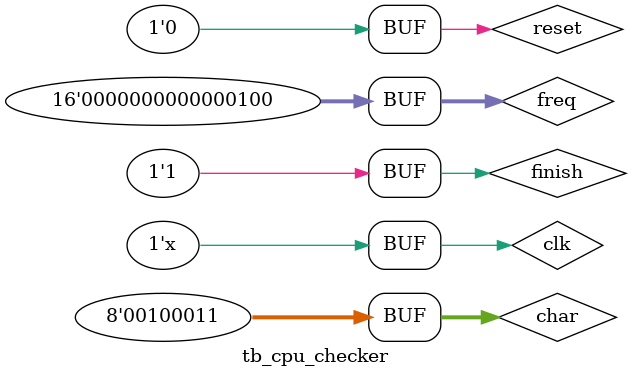
<source format=v>
`timescale 1ns / 1ps


module tb_cpu_checker;

	// Inputs
	reg clk;
	reg reset;
	reg [7:0] char;
	reg [15:0] freq;
	reg finish;

	// Outputs
	wire [1:0] format_type;
	wire [3:0] error_code;

	// debug
	// wire [3:0] status_output;
	// wire [3:0] error_output;
	// wire [31:0] pc_store_output;
	// wire [31:0] addr_store_output;

	// Instantiate the Unit Under Test (UUT)
	cpu_checker uut (
		.clk(clk), 
		.reset(reset), 
		.char(char), 
		.freq(freq), 
		.format_type(format_type), 
		.error_code(error_code)
		// debug
		// .status_output(status_output),
		// .error_output(error_output),
		// .pc_store_output(pc_store_output),
		// .addr_store_output(addr_store_output)
	);

	always @(posedge clk) begin
		if (!reset && !finish) begin
			$display("%d %d", format_type, error_code);
		end
	end

	initial begin
		// Initialize Inputs
		clk = 0;
		reset = 1;
		char = 0;
		freq = 4;
		finish = 0;

		#10 reset = 0;
		#2 char = "^";
		#2 char = "2";
		#2 char = "4";
		#2 char = "2";
		#2 char = "@";
		#2 char = "0";
		#2 char = "0";
		#2 char = "0";
		#2 char = "0";
		#2 char = "3";
		#2 char = "0";
		#2 char = "f";
		#2 char = "4";
		#2 char = ":";
		#2 char = " ";
		#2 char = "$";
		#2 char = "3";
		#2 char = "1";
		#2 char = " ";
		#2 char = "<";
		#2 char = "=";
		#2 char = "1";
		#2 char = "2";
		#2 char = "3";
		#2 char = "4";
		#2 char = "5";
		#2 char = "6";
		#2 char = "7";
		#2 char = "8";
		#2 char = "#";
		#2 char = "^";
		#2 char = "2";
		#2 char = "4";
		#2 char = "2";
		#2 char = "@";
		#2 char = "0";
		#2 char = "0";
		#2 char = "0";
		#2 char = "0";
		#2 char = "3";
		#2 char = "0";
		#2 char = "f";
		#2 char = "4";
		#2 char = ":";
		#2 char = " ";
		#2 char = "$";
		#2 char = "3";
		#2 char = "1";
		#2 char = " ";
		#2 char = "<";
		#2 char = "=";
		#2 char = "1";
		#2 char = "2";
		#2 char = "3";
		#2 char = "2";
		#2 char = "1";
		#2 char = "5";
		#2 char = "#";
		#2 char = "^";
		#2 char = "2";
		#2 char = "4";
		#2 char = "2";
		#2 char = "@";
		#2 char = "0";
		#2 char = "0";
		#2 char = "0";
		#2 char = "0";
		#2 char = "3";
		#2 char = "0";
		#2 char = "f";
		#2 char = "4";
		#2 char = ":";
		#2 char = " ";
		#2 char = "$";
		#2 char = "3";
		#2 char = "1";
		#2 char = " ";
		#2 char = "<";
		#2 char = "=";
		#2 char = "1";
		#2 char = "2";
		#2 char = "3";
		#2 char = "2";
		#2 char = "1";
		#2 char = "5";
		#2 char = "8";
		#2 char = "9";
		#2 char = "9";
		#2 char = "8";
		#2 char = "#";
		#2 char = "^";
		#2 char = "2";
		#2 char = "4";
		#2 char = "2";
		#2 char = "@";
		#2 char = "0";
		#2 char = "0";
		#2 char = "0";
		#2 char = "0";
		#2 char = "3";
		#2 char = "0";
		#2 char = "f";
		#2 char = "4";
		#2 char = ":";
		#2 char = " ";
		#2 char = "$";
		#2 char = "3";
		#2 char = "1";
		#2 char = " ";
		#2 char = "<";
		#2 char = "=";
		#2 char = "#";
		#2 char = "^";
		#2 char = "2";
		#2 char = "4";
		#2 char = "2";
		#2 char = "@";
		#2 char = "0";
		#2 char = "0";
		#2 char = "0";
		#2 char = "0";
		#2 char = "3";
		#2 char = "0";
		#2 char = "f";
		#2 char = "4";
		#2 char = ":";
		#2 char = " ";
		#2 char = "$";
		#2 char = "3";
		#2 char = "1";
		#2 char = " ";
		#2 char = "<";
		#2 char = "=";
		#2 char = " ";
		#2 char = " ";
		#2 char = " ";
		#2 char = "1";
		#2 char = "2";
		#2 char = "3";
		#2 char = "2";
		#2 char = "1";
		#2 char = "5";
		#2 char = " ";
		#2 char = "#";
		#2 char = "^";
		#2 char = "2";
		#2 char = "4";
		#2 char = "2";
		#2 char = "@";
		#2 char = "0";
		#2 char = "0";
		#2 char = "0";
		#2 char = "0";
		#2 char = "3";
		#2 char = "0";
		#2 char = "f";
		#2 char = "4";
		#2 char = ":";
		#2 char = " ";
		#2 char = "$";
		#2 char = "3";
		#2 char = "1";
		#2 char = " ";
		#2 char = "<";
		#2 char = "=";
		#2 char = " ";
		#2 char = " ";
		#2 char = " ";
		#2 char = "a";
		#2 char = "b";
		#2 char = "1";
		#2 char = "2";
		#2 char = "3";
		#2 char = "2";
		#2 char = "1";
		#2 char = "5";
		#2 char = " ";
		#2 char = "#";
		#2 char = "^";
		#2 char = "2";
		#2 char = "4";
		#2 char = "2";
		#2 char = "@";
		#2 char = "0";
		#2 char = "0";
		#2 char = "0";
		#2 char = "0";
		#2 char = "3";
		#2 char = "0";
		#2 char = "f";
		#2 char = "4";
		#2 char = ":";
		#2 char = " ";
		#2 char = "$";
		#2 char = "3";
		#2 char = "1";
		#2 char = " ";
		#2 char = "<";
		#2 char = "=";
		#2 char = " ";
		#2 char = " ";
		#2 char = " ";
		#2 char = "A";
		#2 char = "b";
		#2 char = "1";
		#2 char = "2";
		#2 char = "3";
		#2 char = "2";
		#2 char = "1";
		#2 char = "5";
		#2 char = " ";
		#2 char = "#";
		#2 char = "^";
		#2 char = "3";
		#2 char = "3";
		#2 char = "8";
		#2 char = "@";
		#2 char = "0";
		#2 char = "0";
		#2 char = "0";
		#2 char = "0";
		#2 char = "3";
		#2 char = "1";
		#2 char = "3";
		#2 char = "0";
		#2 char = ":";
		#2 char = " ";
		#2 char = "*";
		#2 char = "0";
		#2 char = "0";
		#2 char = "0";
		#2 char = "0";
		#2 char = "0";
		#2 char = "0";
		#2 char = "8";
		#2 char = "8";
		#2 char = " ";
		#2 char = "<";
		#2 char = "=";
		#2 char = " ";
		#2 char = "F";
		#2 char = "f";
		#2 char = "f";
		#2 char = "f";
		#2 char = "b";
		#2 char = "5";
		#2 char = "2";
		#2 char = "8";
		#2 char = "#";
		#2 char = "^";
		#2 char = "3";
		#2 char = "3";
		#2 char = "8";
		#2 char = "@";
		#2 char = "0";
		#2 char = "0";
		#2 char = "0";
		#2 char = "0";
		#2 char = "3";
		#2 char = "1";
		#2 char = "3";
		#2 char = "0";
		#2 char = ":";
		#2 char = " ";
		#2 char = "*";
		#2 char = "0";
		#2 char = "0";
		#2 char = "0";
		#2 char = "0";
		#2 char = "0";
		#2 char = "0";
		#2 char = "8";
		#2 char = "8";
		#2 char = " ";
		#2 char = "<";
		#2 char = "=";
		#2 char = " ";
		#2 char = "f";
		#2 char = "f";
		#2 char = "f";
		#2 char = "f";
		#2 char = "b";
		#2 char = "5";
		#2 char = "2";
		#2 char = "8";
		#2 char = "#";
		#2 char = "^";
		#2 char = "3";
		#2 char = "3";
		#2 char = "8";
		#2 char = "@";
		#2 char = "0";
		#2 char = "0";
		#2 char = "0";
		#2 char = "0";
		#2 char = "3";
		#2 char = "1";
		#2 char = "3";
		#2 char = "0";
		#2 char = ":";
		#2 char = " ";
		#2 char = "*";
		#2 char = "0";
		#2 char = "0";
		#2 char = "0";
		#2 char = "0";
		#2 char = "0";
		#2 char = "0";
		#2 char = "8";
		#2 char = "8";
		#2 char = " ";
		#2 char = "<";
		#2 char = "=";
		#2 char = "#";
		#2 char = "^";
		#2 char = "3";
		#2 char = "3";
		#2 char = "8";
		#2 char = "@";
		#2 char = "0";
		#2 char = "0";
		#2 char = "0";
		#2 char = "0";
		#2 char = "3";
		#2 char = "1";
		#2 char = "3";
		#2 char = "0";
		#2 char = ":";
		#2 char = " ";
		#2 char = "*";
		#2 char = "0";
		#2 char = "0";
		#2 char = "0";
		#2 char = "0";
		#2 char = "0";
		#2 char = "0";
		#2 char = "8";
		#2 char = "8";
		#2 char = " ";
		#2 char = "<";
		#2 char = "=";
		#2 char = " ";
		#2 char = "f";
		#2 char = "f";
		#2 char = "f";
		#2 char = "f";
		#2 char = "b";
		#2 char = "5";
		#2 char = "2";
		#2 char = "8";
		#2 char = "1";
		#2 char = "2";
		#2 char = "#";
		#2 char = "^";
		#2 char = "3";
		#2 char = "3";
		#2 char = "8";
		#2 char = "@";
		#2 char = "0";
		#2 char = "0";
		#2 char = "0";
		#2 char = "0";
		#2 char = "3";
		#2 char = "1";
		#2 char = "3";
		#2 char = "0";
		#2 char = ":";
		#2 char = " ";
		#2 char = "*";
		#2 char = "0";
		#2 char = "0";
		#2 char = "0";
		#2 char = "0";
		#2 char = "0";
		#2 char = "0";
		#2 char = "8";
		#2 char = "8";
		#2 char = " ";
		#2 char = "<";
		#2 char = "=";
		#2 char = " ";
		#2 char = "f";
		#2 char = "f";
		#2 char = "f";
		#2 char = "f";
		#2 char = "b";
		#2 char = "5";
		#2 char = "2";
		#2 char = "#";
		#2 char = "^";
		#2 char = "3";
		#2 char = "3";
		#2 char = "8";
		#2 char = "@";
		#2 char = "0";
		#2 char = "0";
		#2 char = "0";
		#2 char = "0";
		#2 char = "3";
		#2 char = "1";
		#2 char = "3";
		#2 char = "0";
		#2 char = ":";
		#2 char = " ";
		#2 char = "*";
		#2 char = "0";
		#2 char = "0";
		#2 char = "0";
		#2 char = "0";
		#2 char = "0";
		#2 char = "0";
		#2 char = "8";
		#2 char = "8";
		#2 char = " ";
		#2 char = "<";
		#2 char = "=";
		#2 char = " ";
		#2 char = "f";
		#2 char = "f";
		#2 char = "f";
		#2 char = "f";
		#2 char = "B";
		#2 char = "5";
		#2 char = "2";
		#2 char = "8";
		#2 char = "#";
		#2 char = "^";
		#2 char = "3";
		#2 char = "3";
		#2 char = "8";
		#2 char = "@";
		#2 char = "0";
		#2 char = "0";
		#2 char = "0";
		#2 char = "0";
		#2 char = "3";
		#2 char = "1";
		#2 char = "3";
		#2 char = "0";
		#2 char = ":";
		#2 char = " ";
		#2 char = "*";
		#2 char = "0";
		#2 char = "0";
		#2 char = "0";
		#2 char = "0";
		#2 char = "0";
		#2 char = "0";
		#2 char = "8";
		#2 char = "8";
		#2 char = " ";
		#2 char = "<";
		#2 char = "=";
		#2 char = " ";
		#2 char = "f";
		#2 char = "f";
		#2 char = "f";
		#2 char = "f";
		#2 char = "b";
		#2 char = "5";
		#2 char = "2";
		#2 char = "B";
		#2 char = "#";
		#2 char = "^";
		#2 char = "3";
		#2 char = "3";
		#2 char = "8";
		#2 char = "@";
		#2 char = "0";
		#2 char = "0";
		#2 char = "0";
		#2 char = "0";
		#2 char = "3";
		#2 char = "1";
		#2 char = "3";
		#2 char = "0";
		#2 char = ":";
		#2 char = " ";
		#2 char = "*";
		#2 char = "0";
		#2 char = "0";
		#2 char = "0";
		#2 char = "0";
		#2 char = "0";
		#2 char = "0";
		#2 char = "8";
		#2 char = "8";
		#2 char = " ";
		#2 char = "<";
		#2 char = "=";
		#2 char = " ";
		#2 char = "f";
		#2 char = "f";
		#2 char = "f";
		#2 char = "f";
		#2 char = "b";
		#2 char = "5";
		#2 char = "2";
		#2 char = "B";
		#2 char = "#";
		#2 char = "^";
		#2 char = "3";
		#2 char = "3";
		#2 char = "8";
		#2 char = "@";
		#2 char = "0";
		#2 char = "0";
		#2 char = "0";
		#2 char = "0";
		#2 char = "3";
		#2 char = "1";
		#2 char = "3";
		#2 char = "0";
		#2 char = ":";
		#2 char = " ";
		#2 char = "*";
		#2 char = "0";
		#2 char = "0";
		#2 char = "0";
		#2 char = "0";
		#2 char = "0";
		#2 char = "0";
		#2 char = "8";
		#2 char = "8";
		#2 char = " ";
		#2 char = "<";
		#2 char = "=";
		#2 char = " ";
		#2 char = "f";
		#2 char = "f";
		#2 char = "f";
		#2 char = "f";
		#2 char = "b";
		#2 char = "5";
		#2 char = "2";
		#2 char = "B";
		#2 char = " ";
		#2 char = "#";
		#20
		finish = 1;
	end

    always #1 clk = ~clk;
      
endmodule


</source>
